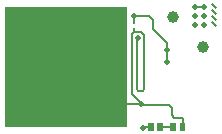
<source format=gbr>
G04 start of page 7 for group 5 idx 5 *
G04 Title: (unknown), bottom *
G04 Creator: pcb 4.2.0 *
G04 CreationDate: Fri Jun 19 09:17:45 2020 UTC *
G04 For: commonadmin *
G04 Format: Gerber/RS-274X *
G04 PCB-Dimensions (mil): 6000.00 5000.00 *
G04 PCB-Coordinate-Origin: lower left *
%MOIN*%
%FSLAX25Y25*%
%LNBOTTOM*%
%ADD36C,0.0100*%
%ADD35C,0.0200*%
%ADD34C,0.0001*%
%ADD33C,0.0394*%
%ADD32C,0.0060*%
G54D32*X61750Y10750D02*X60852Y11648D01*
X60000Y26000D02*Y32500D01*
X55500Y37000D01*
Y40000D01*
X54000Y41500D01*
X51852Y11648D02*X51500Y12000D01*
Y12500D01*
X52500Y22500D02*Y23500D01*
X51500Y12500D02*X48500Y15500D01*
X52500Y17000D02*X52000Y16500D01*
X50500D01*
X50000Y17000D01*
Y33500D01*
X52500Y17000D02*Y35000D01*
X48500Y35500D02*Y15500D01*
X65324Y4500D02*Y7176D01*
X65000Y7500D01*
X62500D01*
X61750Y8250D01*
X62176Y4500D02*X57898D01*
X54750D02*X52497D01*
X52156Y4158D01*
X61750Y8250D02*Y10750D01*
X60852Y11648D02*X51852D01*
X51500Y12000D02*X39000D01*
X26500Y24500D01*
X50000Y33500D02*X50500Y34000D01*
X52500Y35000D02*X51500Y36000D01*
X49000D01*
X48500Y35500D01*
X49000Y36000D02*Y37500D01*
X54000Y41500D02*X49000D01*
Y39000D01*
X69500Y44500D02*X72500D01*
X75000Y45500D02*X76500Y44000D01*
X75000Y43500D02*X76500Y42000D01*
X75000Y41500D02*X76500Y40000D01*
Y38000D02*X75000Y39500D01*
G54D33*X72250Y31000D03*
G54D34*G36*
X55734Y5877D02*X53766D01*
Y3123D01*
X55734D01*
Y5877D01*
G37*
G36*
X58882D02*X56914D01*
Y3123D01*
X58882D01*
Y5877D01*
G37*
G36*
X63160D02*X61192D01*
Y3123D01*
X63160D01*
Y5877D01*
G37*
G36*
X66308D02*X64340D01*
Y3123D01*
X66308D01*
Y5877D01*
G37*
G54D33*X62250Y41000D03*
G54D34*G36*
X6250Y44500D02*Y4500D01*
X46750D01*
Y44500D01*
X6250D01*
G37*
G54D35*X60000Y30000D03*
Y26000D03*
X50500Y34000D03*
X52156Y4158D03*
X51500Y12000D03*
X72500Y44500D03*
Y41500D03*
X49000D03*
X69500Y44500D03*
Y41500D03*
Y38500D03*
X72500D03*
G54D36*M02*

</source>
